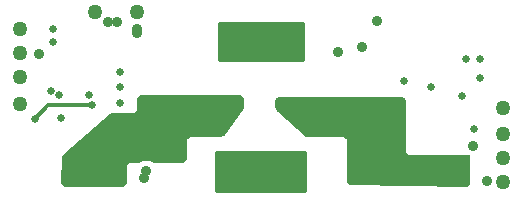
<source format=gbr>
G04 #@! TF.GenerationSoftware,KiCad,Pcbnew,(5.0.0)*
G04 #@! TF.CreationDate,2019-10-07T11:46:54-07:00*
G04 #@! TF.ProjectId,Buffer - Rev C,427566666572202D2052657620432E6B,rev?*
G04 #@! TF.SameCoordinates,Original*
G04 #@! TF.FileFunction,Copper,L4,Bot,Signal*
G04 #@! TF.FilePolarity,Positive*
%FSLAX46Y46*%
G04 Gerber Fmt 4.6, Leading zero omitted, Abs format (unit mm)*
G04 Created by KiCad (PCBNEW (5.0.0)) date 10/07/19 11:46:54*
%MOMM*%
%LPD*%
G01*
G04 APERTURE LIST*
G04 #@! TA.AperFunction,ComponentPad*
%ADD10C,1.270000*%
G04 #@! TD*
G04 #@! TA.AperFunction,SMDPad,CuDef*
%ADD11R,5.080000X2.540000*%
G04 #@! TD*
G04 #@! TA.AperFunction,ViaPad*
%ADD12C,0.889000*%
G04 #@! TD*
G04 #@! TA.AperFunction,ViaPad*
%ADD13C,0.635000*%
G04 #@! TD*
G04 #@! TA.AperFunction,Conductor*
%ADD14C,0.330200*%
G04 #@! TD*
G04 #@! TA.AperFunction,Conductor*
%ADD15C,0.254000*%
G04 #@! TD*
G04 APERTURE END LIST*
D10*
G04 #@! TO.P,TP2,1*
G04 #@! TO.N,/Vc2Neg*
X21096200Y12300000D03*
G04 #@! TD*
G04 #@! TO.P,TP2,1*
G04 #@! TO.N,/Vc2Neg*
X19750000Y12300000D03*
G04 #@! TD*
G04 #@! TO.P,TP1,1*
G04 #@! TO.N,/Vc2Neg*
X9906000Y15494000D03*
G04 #@! TD*
D11*
G04 #@! TO.P,TP8,1*
G04 #@! TO.N,/Vc2Neg*
X20434300Y13096900D03*
G04 #@! TD*
D10*
G04 #@! TO.P,TP2,1*
G04 #@! TO.N,/Vc2Neg*
X18415000Y12334900D03*
G04 #@! TD*
G04 #@! TO.P,TP2,1*
G04 #@! TO.N,/Vc2Neg*
X18415000Y13604900D03*
G04 #@! TD*
G04 #@! TO.P,TP2,1*
G04 #@! TO.N,/Vc2Neg*
X22415500Y12334900D03*
G04 #@! TD*
G04 #@! TO.P,TP2,1*
G04 #@! TO.N,/Vc2Neg*
X21082000Y13604900D03*
G04 #@! TD*
G04 #@! TO.P,TP2,1*
G04 #@! TO.N,/Vc2Neg*
X22415500Y13604900D03*
G04 #@! TD*
G04 #@! TO.P,TP2,1*
G04 #@! TO.N,/Vc2Neg*
X19748500Y13604900D03*
G04 #@! TD*
G04 #@! TO.P,TP2,1*
G04 #@! TO.N,/Vc2Pos*
X21082000Y1397000D03*
G04 #@! TD*
G04 #@! TO.P,TP2,1*
G04 #@! TO.N,/Vc2Pos*
X22415500Y1397000D03*
G04 #@! TD*
G04 #@! TO.P,TP2,1*
G04 #@! TO.N,/LfNeg*
X8318500Y1397000D03*
G04 #@! TD*
G04 #@! TO.P,TP2,1*
G04 #@! TO.N,/CfNeg*
X37528500Y1320800D03*
G04 #@! TD*
G04 #@! TO.P,TP2,1*
G04 #@! TO.N,/CfNeg*
X36195000Y1397000D03*
G04 #@! TD*
G04 #@! TO.P,TP2,1*
G04 #@! TO.N,/CfNeg*
X33528000Y2667000D03*
G04 #@! TD*
G04 #@! TO.P,TP2,1*
G04 #@! TO.N,/CfNeg*
X33528000Y1397000D03*
G04 #@! TD*
G04 #@! TO.P,TP2,1*
G04 #@! TO.N,/CfNeg*
X36195000Y2667000D03*
G04 #@! TD*
G04 #@! TO.P,TP2,1*
G04 #@! TO.N,/CfNeg*
X34861500Y2667000D03*
G04 #@! TD*
G04 #@! TO.P,TP2,1*
G04 #@! TO.N,/CfNeg*
X34861500Y1397000D03*
G04 #@! TD*
G04 #@! TO.P,TP2,1*
G04 #@! TO.N,/CfNeg*
X37528500Y2667000D03*
G04 #@! TD*
G04 #@! TO.P,TP11,1*
G04 #@! TO.N,/PWM2*
X40894000Y7366000D03*
G04 #@! TD*
G04 #@! TO.P,TP2,1*
G04 #@! TO.N,/Vc2Pos*
X19748500Y1397000D03*
G04 #@! TD*
G04 #@! TO.P,TP2,1*
G04 #@! TO.N,/Vc2Pos*
X18415000Y1397000D03*
G04 #@! TD*
G04 #@! TO.P,TP2,1*
G04 #@! TO.N,/Vc2Pos*
X22415500Y2667000D03*
G04 #@! TD*
G04 #@! TO.P,TP2,1*
G04 #@! TO.N,/Vc2Pos*
X21082000Y2667000D03*
G04 #@! TD*
G04 #@! TO.P,TP2,1*
G04 #@! TO.N,/Vc2Pos*
X19748500Y2667000D03*
G04 #@! TD*
G04 #@! TO.P,TP2,1*
G04 #@! TO.N,/Vc2Pos*
X18415000Y2667000D03*
G04 #@! TD*
G04 #@! TO.P,TP2,1*
G04 #@! TO.N,/LfNeg*
X6985000Y2667000D03*
G04 #@! TD*
G04 #@! TO.P,TP2,1*
G04 #@! TO.N,/LfNeg*
X5651500Y2667000D03*
G04 #@! TD*
G04 #@! TO.P,TP2,1*
G04 #@! TO.N,/LfNeg*
X8318500Y2667000D03*
G04 #@! TD*
G04 #@! TO.P,TP2,1*
G04 #@! TO.N,/LfNeg*
X6985000Y1397000D03*
G04 #@! TD*
G04 #@! TO.P,TP2,1*
G04 #@! TO.N,/LfNeg*
X5651500Y1397000D03*
G04 #@! TD*
G04 #@! TO.P,TP2,1*
G04 #@! TO.N,/LfNeg*
X4318000Y2667000D03*
G04 #@! TD*
G04 #@! TO.P,TP2,1*
G04 #@! TO.N,/LfNeg*
X4318000Y1397000D03*
G04 #@! TD*
D11*
G04 #@! TO.P,TP12,1*
G04 #@! TO.N,/LfNeg*
X6350000Y2159000D03*
G04 #@! TD*
G04 #@! TO.P,TP13,1*
G04 #@! TO.N,/CfNeg*
X35560000Y2159000D03*
G04 #@! TD*
D10*
G04 #@! TO.P,TP15,1*
G04 #@! TO.N,/5.5V_Iso*
X6350000Y15494000D03*
G04 #@! TD*
G04 #@! TO.P,TP17,1*
G04 #@! TO.N,/5V*
X0Y14097000D03*
G04 #@! TD*
G04 #@! TO.P,TP5,1*
G04 #@! TO.N,/GNDI*
X40894000Y3175000D03*
G04 #@! TD*
G04 #@! TO.P,TP9,1*
G04 #@! TO.N,/EnableL2*
X40894000Y5207000D03*
G04 #@! TD*
G04 #@! TO.P,TP6,1*
G04 #@! TO.N,/EnableL1*
X0Y7731000D03*
G04 #@! TD*
G04 #@! TO.P,TP4,1*
G04 #@! TO.N,/5V*
X40894000Y1143000D03*
G04 #@! TD*
G04 #@! TO.P,TP3,1*
G04 #@! TO.N,/GNDI*
X0Y12065000D03*
G04 #@! TD*
G04 #@! TO.P,TP2,1*
G04 #@! TO.N,/PWMA1*
X0Y10033000D03*
G04 #@! TD*
D11*
G04 #@! TO.P,TP7,1*
G04 #@! TO.N,/Vc2Pos*
X20434300Y2159000D03*
G04 #@! TD*
D12*
G04 #@! TO.N,/Vc2Neg*
X28956000Y12598400D03*
D13*
G04 #@! TO.N,/GNDI*
X38912800Y11531600D03*
D12*
G04 #@! TO.N,/LfNeg*
X13208000Y3505200D03*
D13*
G04 #@! TO.N,/GNDI*
X2794000Y12954000D03*
X5842000Y8509000D03*
X37465000Y8418200D03*
X3276600Y8500000D03*
X2600000Y8813800D03*
X38921000Y9956800D03*
D12*
X38328600Y4216400D03*
X1651012Y11938000D03*
G04 #@! TO.N,/5V*
X39547800Y1193800D03*
D13*
X2768600Y14122400D03*
G04 #@! TO.N,/VDDB1*
X8500000Y7850000D03*
D12*
X10515600Y1473200D03*
X10693400Y2032000D03*
G04 #@! TO.N,/CfNeg*
X23266400Y7874000D03*
X26162000Y7874000D03*
X25196800Y7874000D03*
X24231600Y7874000D03*
X22301200Y7874000D03*
D13*
X28448000Y7823200D03*
D12*
X29972000Y4064000D03*
X29718000Y3683000D03*
D13*
X32105600Y7747000D03*
G04 #@! TO.N,/5V*
X3454400Y6578600D03*
X37795200Y11506200D03*
D12*
G04 #@! TO.N,/5.5V_Iso*
X30226000Y14732000D03*
X7416800Y14706600D03*
X8255000Y14706600D03*
D13*
X8432800Y10464800D03*
X32512000Y9652000D03*
D12*
G04 #@! TO.N,/LfNeg*
X16319500Y7823200D03*
X14389100Y7823200D03*
X18249900Y7823200D03*
X17284700Y7823200D03*
X15354300Y7823200D03*
D13*
X8509000Y6550000D03*
D12*
X13563600Y3505200D03*
D13*
G04 #@! TO.N,/Vc2Neg*
X8509000Y9144000D03*
D12*
X26949400Y12166600D03*
X9906000Y14097000D03*
X9906000Y13716006D03*
D13*
G04 #@! TO.N,/Enable1*
X1270000Y6477000D03*
X6096000Y7620000D03*
G04 #@! TO.N,/Enable2*
X38481000Y5588000D03*
X34798000Y9144000D03*
G04 #@! TD*
D14*
G04 #@! TO.N,/LfNeg*
X6350000Y2832100D02*
X6515100Y2832100D01*
G04 #@! TO.N,/Enable1*
X2413000Y7620000D02*
X5646988Y7620000D01*
X5646988Y7620000D02*
X6096000Y7620000D01*
X1270000Y6477000D02*
X2413000Y7620000D01*
G04 #@! TD*
D15*
G04 #@! TO.N,/LfNeg*
G36*
X18732804Y8318804D02*
X18796000Y8166237D01*
X18796000Y7490675D01*
X18746801Y7340966D01*
X17155882Y5181861D01*
X16954299Y5080000D01*
X14414500Y5080000D01*
X14365899Y5070333D01*
X14141393Y4977339D01*
X14100191Y4949808D01*
X14072661Y4908607D01*
X13979667Y4684101D01*
X13970000Y4635500D01*
X13970000Y3136763D01*
X13906804Y2984196D01*
X13754237Y2921000D01*
X11331044Y2921000D01*
X11304888Y2947156D01*
X10908126Y3111500D01*
X10478674Y3111500D01*
X10081912Y2947156D01*
X10055756Y2921000D01*
X9334500Y2921000D01*
X9285899Y2911333D01*
X9061393Y2818339D01*
X9020191Y2790808D01*
X8992661Y2749607D01*
X8899667Y2525101D01*
X8890000Y2476500D01*
X8890000Y1104763D01*
X8826804Y952196D01*
X8674237Y889000D01*
X3779804Y889000D01*
X3625584Y953958D01*
X3564314Y1109683D01*
X3615467Y3258099D01*
X3702616Y3442391D01*
X7596276Y6796929D01*
X7760728Y6858000D01*
X9588500Y6858000D01*
X9637101Y6867667D01*
X9861607Y6960661D01*
X9902809Y6988192D01*
X9930339Y7029393D01*
X10023333Y7253899D01*
X10033000Y7302500D01*
X10033000Y8166237D01*
X10096196Y8318804D01*
X10248763Y8382000D01*
X18580237Y8382000D01*
X18732804Y8318804D01*
X18732804Y8318804D01*
G37*
X18732804Y8318804D02*
X18796000Y8166237D01*
X18796000Y7490675D01*
X18746801Y7340966D01*
X17155882Y5181861D01*
X16954299Y5080000D01*
X14414500Y5080000D01*
X14365899Y5070333D01*
X14141393Y4977339D01*
X14100191Y4949808D01*
X14072661Y4908607D01*
X13979667Y4684101D01*
X13970000Y4635500D01*
X13970000Y3136763D01*
X13906804Y2984196D01*
X13754237Y2921000D01*
X11331044Y2921000D01*
X11304888Y2947156D01*
X10908126Y3111500D01*
X10478674Y3111500D01*
X10081912Y2947156D01*
X10055756Y2921000D01*
X9334500Y2921000D01*
X9285899Y2911333D01*
X9061393Y2818339D01*
X9020191Y2790808D01*
X8992661Y2749607D01*
X8899667Y2525101D01*
X8890000Y2476500D01*
X8890000Y1104763D01*
X8826804Y952196D01*
X8674237Y889000D01*
X3779804Y889000D01*
X3625584Y953958D01*
X3564314Y1109683D01*
X3615467Y3258099D01*
X3702616Y3442391D01*
X7596276Y6796929D01*
X7760728Y6858000D01*
X9588500Y6858000D01*
X9637101Y6867667D01*
X9861607Y6960661D01*
X9902809Y6988192D01*
X9930339Y7029393D01*
X10023333Y7253899D01*
X10033000Y7302500D01*
X10033000Y8166237D01*
X10096196Y8318804D01*
X10248763Y8382000D01*
X18580237Y8382000D01*
X18732804Y8318804D01*
G04 #@! TO.N,/CfNeg*
G36*
X32448804Y8191804D02*
X32512000Y8039237D01*
X32512000Y3746500D01*
X32521667Y3697899D01*
X32614661Y3473393D01*
X32642192Y3432191D01*
X32683393Y3404661D01*
X32907899Y3311667D01*
X32956500Y3302000D01*
X37716356Y3302000D01*
X37717112Y3301244D01*
X37918492Y3217830D01*
X37973000Y3086237D01*
X37973000Y1108859D01*
X37908903Y955440D01*
X37754717Y893220D01*
X28026234Y1011860D01*
X27875298Y1076004D01*
X27813000Y1227712D01*
X27813000Y4635500D01*
X27803333Y4684101D01*
X27710339Y4908607D01*
X27682808Y4949809D01*
X27641607Y4977339D01*
X27417101Y5070333D01*
X27368500Y5080000D01*
X24402931Y5080000D01*
X24233992Y5145082D01*
X21799649Y7347584D01*
X21717000Y7533818D01*
X21717000Y8039237D01*
X21780196Y8191804D01*
X21932763Y8255000D01*
X32296237Y8255000D01*
X32448804Y8191804D01*
X32448804Y8191804D01*
G37*
X32448804Y8191804D02*
X32512000Y8039237D01*
X32512000Y3746500D01*
X32521667Y3697899D01*
X32614661Y3473393D01*
X32642192Y3432191D01*
X32683393Y3404661D01*
X32907899Y3311667D01*
X32956500Y3302000D01*
X37716356Y3302000D01*
X37717112Y3301244D01*
X37918492Y3217830D01*
X37973000Y3086237D01*
X37973000Y1108859D01*
X37908903Y955440D01*
X37754717Y893220D01*
X28026234Y1011860D01*
X27875298Y1076004D01*
X27813000Y1227712D01*
X27813000Y4635500D01*
X27803333Y4684101D01*
X27710339Y4908607D01*
X27682808Y4949809D01*
X27641607Y4977339D01*
X27417101Y5070333D01*
X27368500Y5080000D01*
X24402931Y5080000D01*
X24233992Y5145082D01*
X21799649Y7347584D01*
X21717000Y7533818D01*
X21717000Y8039237D01*
X21780196Y8191804D01*
X21932763Y8255000D01*
X32296237Y8255000D01*
X32448804Y8191804D01*
G04 #@! TO.N,/Vc2Neg*
G36*
X24003000Y11430438D02*
X16891000Y11454963D01*
X16891000Y14605000D01*
X24003000Y14605000D01*
X24003000Y11430438D01*
X24003000Y11430438D01*
G37*
X24003000Y11430438D02*
X16891000Y11454963D01*
X16891000Y14605000D01*
X24003000Y14605000D01*
X24003000Y11430438D01*
G04 #@! TO.N,/Vc2Pos*
G36*
X24130000Y381000D02*
X16637000Y381000D01*
X16637000Y3683000D01*
X24130000Y3683000D01*
X24130000Y381000D01*
X24130000Y381000D01*
G37*
X24130000Y381000D02*
X16637000Y381000D01*
X16637000Y3683000D01*
X24130000Y3683000D01*
X24130000Y381000D01*
G04 #@! TD*
M02*

</source>
